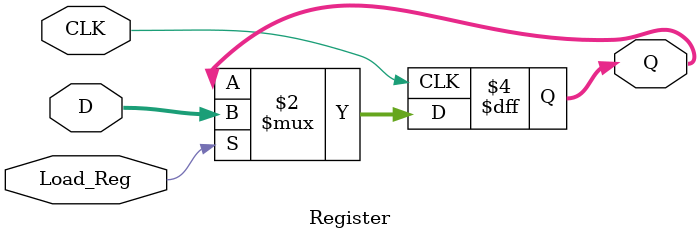
<source format=v>
`timescale 1ns / 1ps


module Register #(parameter Data_width = 32)(
    input [Data_width - 1:0] D,
    input Load_Reg,
    input CLK,
    output reg [Data_width - 1:0] Q
    );
    always @(posedge CLK)
        begin
            if(Load_Reg)
                Q <= D;
        end
endmodule

</source>
